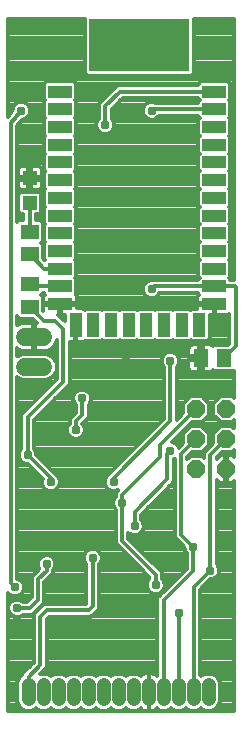
<source format=gbl>
G75*
%MOIN*%
%OFA0B0*%
%FSLAX25Y25*%
%IPPOS*%
%LPD*%
%AMOC8*
5,1,8,0,0,1.08239X$1,22.5*
%
%ADD10R,0.33600X0.17500*%
%ADD11OC8,0.06000*%
%ADD12C,0.04756*%
%ADD13C,0.06000*%
%ADD14R,0.07874X0.03937*%
%ADD15R,0.03937X0.07874*%
%ADD16R,0.05118X0.05906*%
%ADD17R,0.05906X0.05118*%
%ADD18R,0.04724X0.04724*%
%ADD19C,0.01400*%
%ADD20C,0.02900*%
%ADD21C,0.03100*%
D10*
X0065363Y0241730D03*
D11*
X0084350Y0120406D03*
X0084350Y0110406D03*
X0084350Y0100406D03*
X0094350Y0100406D03*
X0094350Y0110406D03*
X0094350Y0120406D03*
D12*
X0088559Y0028471D02*
X0088559Y0023715D01*
X0083559Y0023715D02*
X0083559Y0028471D01*
X0078559Y0028471D02*
X0078559Y0023715D01*
X0073559Y0023715D02*
X0073559Y0028471D01*
X0068559Y0028471D02*
X0068559Y0023715D01*
X0063559Y0023715D02*
X0063559Y0028471D01*
X0058559Y0028471D02*
X0058559Y0023715D01*
X0053559Y0023715D02*
X0053559Y0028471D01*
X0048559Y0028471D02*
X0048559Y0023715D01*
X0043559Y0023715D02*
X0043559Y0028471D01*
X0038559Y0028471D02*
X0038559Y0023715D01*
X0033559Y0023715D02*
X0033559Y0028471D01*
X0028559Y0028471D02*
X0028559Y0023715D01*
D13*
X0027439Y0134479D02*
X0033439Y0134479D01*
X0033439Y0144479D02*
X0027439Y0144479D01*
D14*
X0039042Y0155391D03*
X0039042Y0161297D03*
X0039042Y0167202D03*
X0039042Y0173108D03*
X0039042Y0179013D03*
X0039042Y0184919D03*
X0039042Y0190824D03*
X0039042Y0196730D03*
X0039042Y0202635D03*
X0039042Y0208541D03*
X0039042Y0214446D03*
X0039042Y0220352D03*
X0039042Y0226257D03*
X0090448Y0226257D03*
X0090448Y0220352D03*
X0090448Y0214446D03*
X0090448Y0208541D03*
X0090448Y0202635D03*
X0090448Y0196730D03*
X0090448Y0190824D03*
X0090448Y0184919D03*
X0090448Y0179013D03*
X0090448Y0173108D03*
X0090448Y0167202D03*
X0090448Y0161297D03*
X0090448Y0155391D03*
D15*
X0085448Y0148344D03*
X0079542Y0148344D03*
X0073637Y0148344D03*
X0067731Y0148344D03*
X0061826Y0148344D03*
X0055920Y0148344D03*
X0050015Y0148344D03*
X0044161Y0148344D03*
D16*
X0086054Y0137365D03*
X0093535Y0137365D03*
D17*
X0028979Y0154540D03*
X0028979Y0162020D03*
X0028909Y0172040D03*
X0028909Y0179520D03*
D18*
X0028894Y0189146D03*
X0028894Y0197414D03*
D19*
X0021617Y0059185D02*
X0021617Y0019612D01*
X0096863Y0019612D01*
X0096863Y0096273D01*
X0096296Y0095706D01*
X0094650Y0095706D01*
X0094650Y0100106D01*
X0094049Y0100106D01*
X0094049Y0095706D01*
X0092403Y0095706D01*
X0091194Y0096914D01*
X0091194Y0068652D01*
X0091595Y0068251D01*
X0092044Y0067167D01*
X0092044Y0065993D01*
X0091595Y0064909D01*
X0090765Y0064079D01*
X0089681Y0063630D01*
X0089114Y0063630D01*
X0085659Y0060175D01*
X0085659Y0031690D01*
X0085699Y0031673D01*
X0086059Y0031313D01*
X0086419Y0031673D01*
X0087807Y0032249D01*
X0089310Y0032249D01*
X0090699Y0031673D01*
X0091762Y0030611D01*
X0092337Y0029222D01*
X0092337Y0022963D01*
X0091762Y0021575D01*
X0090699Y0020512D01*
X0089310Y0019937D01*
X0087807Y0019937D01*
X0086419Y0020512D01*
X0086059Y0020872D01*
X0085699Y0020512D01*
X0084310Y0019937D01*
X0082807Y0019937D01*
X0081419Y0020512D01*
X0081059Y0020872D01*
X0080699Y0020512D01*
X0079310Y0019937D01*
X0077807Y0019937D01*
X0076419Y0020512D01*
X0076059Y0020872D01*
X0075699Y0020512D01*
X0074310Y0019937D01*
X0072807Y0019937D01*
X0071419Y0020512D01*
X0071271Y0020660D01*
X0071216Y0020604D01*
X0070696Y0020227D01*
X0070124Y0019935D01*
X0069514Y0019737D01*
X0068880Y0019637D01*
X0068559Y0019637D01*
X0068559Y0026092D01*
X0068559Y0026092D01*
X0068559Y0019637D01*
X0068238Y0019637D01*
X0067604Y0019737D01*
X0066994Y0019935D01*
X0066422Y0020227D01*
X0065902Y0020604D01*
X0065847Y0020660D01*
X0065699Y0020512D01*
X0064310Y0019937D01*
X0062807Y0019937D01*
X0061419Y0020512D01*
X0061059Y0020872D01*
X0060699Y0020512D01*
X0059310Y0019937D01*
X0057807Y0019937D01*
X0056419Y0020512D01*
X0056059Y0020872D01*
X0055699Y0020512D01*
X0054310Y0019937D01*
X0052807Y0019937D01*
X0051419Y0020512D01*
X0051059Y0020872D01*
X0050699Y0020512D01*
X0049310Y0019937D01*
X0047807Y0019937D01*
X0046419Y0020512D01*
X0046059Y0020872D01*
X0045699Y0020512D01*
X0044310Y0019937D01*
X0042807Y0019937D01*
X0041419Y0020512D01*
X0041059Y0020872D01*
X0040699Y0020512D01*
X0039310Y0019937D01*
X0037807Y0019937D01*
X0036419Y0020512D01*
X0036059Y0020872D01*
X0035699Y0020512D01*
X0034310Y0019937D01*
X0032807Y0019937D01*
X0031419Y0020512D01*
X0031059Y0020872D01*
X0030699Y0020512D01*
X0029310Y0019937D01*
X0027807Y0019937D01*
X0026419Y0020512D01*
X0025356Y0021575D01*
X0024781Y0022963D01*
X0024781Y0029222D01*
X0025356Y0030611D01*
X0026419Y0031673D01*
X0026459Y0031690D01*
X0026459Y0032114D01*
X0030294Y0035950D01*
X0030294Y0052050D01*
X0033625Y0055380D01*
X0047625Y0055380D01*
X0047794Y0055550D01*
X0047794Y0068708D01*
X0047394Y0069109D01*
X0046944Y0070193D01*
X0046944Y0071367D01*
X0047394Y0072451D01*
X0048223Y0073281D01*
X0049308Y0073730D01*
X0050481Y0073730D01*
X0051565Y0073281D01*
X0052395Y0072451D01*
X0052844Y0071367D01*
X0052844Y0070193D01*
X0052395Y0069109D01*
X0051994Y0068708D01*
X0051994Y0053810D01*
X0050594Y0052410D01*
X0049364Y0051180D01*
X0035364Y0051180D01*
X0034494Y0050310D01*
X0034494Y0034210D01*
X0033264Y0032980D01*
X0032338Y0032054D01*
X0032807Y0032249D01*
X0034310Y0032249D01*
X0035699Y0031673D01*
X0036059Y0031313D01*
X0036419Y0031673D01*
X0037807Y0032249D01*
X0039310Y0032249D01*
X0040699Y0031673D01*
X0041059Y0031313D01*
X0041419Y0031673D01*
X0042807Y0032249D01*
X0044310Y0032249D01*
X0045699Y0031673D01*
X0046059Y0031313D01*
X0046419Y0031673D01*
X0047807Y0032249D01*
X0049310Y0032249D01*
X0050699Y0031673D01*
X0051059Y0031313D01*
X0051419Y0031673D01*
X0052807Y0032249D01*
X0054310Y0032249D01*
X0055699Y0031673D01*
X0056059Y0031313D01*
X0056419Y0031673D01*
X0057807Y0032249D01*
X0059310Y0032249D01*
X0060699Y0031673D01*
X0061059Y0031313D01*
X0061419Y0031673D01*
X0062807Y0032249D01*
X0064310Y0032249D01*
X0065699Y0031673D01*
X0065847Y0031526D01*
X0065902Y0031581D01*
X0066422Y0031958D01*
X0066994Y0032250D01*
X0067604Y0032448D01*
X0068238Y0032549D01*
X0068559Y0032549D01*
X0068559Y0026093D01*
X0068559Y0026093D01*
X0068559Y0032549D01*
X0068880Y0032549D01*
X0069514Y0032448D01*
X0070124Y0032250D01*
X0070696Y0031958D01*
X0071216Y0031581D01*
X0071271Y0031526D01*
X0071419Y0031673D01*
X0071459Y0031690D01*
X0071459Y0057514D01*
X0081194Y0067250D01*
X0081194Y0072508D01*
X0080794Y0072909D01*
X0080344Y0073993D01*
X0080344Y0074560D01*
X0077194Y0077710D01*
X0077194Y0103867D01*
X0076894Y0103743D01*
X0076894Y0096110D01*
X0075664Y0094880D01*
X0065994Y0085210D01*
X0065994Y0083352D01*
X0066395Y0082951D01*
X0066844Y0081867D01*
X0066844Y0080693D01*
X0066395Y0079609D01*
X0065565Y0078779D01*
X0064481Y0078330D01*
X0063308Y0078330D01*
X0062223Y0078779D01*
X0061794Y0079208D01*
X0061794Y0077250D01*
X0071764Y0067280D01*
X0071764Y0067280D01*
X0072994Y0066050D01*
X0072994Y0063752D01*
X0073395Y0063351D01*
X0073844Y0062267D01*
X0073844Y0061093D01*
X0073395Y0060009D01*
X0072565Y0059179D01*
X0071481Y0058730D01*
X0070308Y0058730D01*
X0069223Y0059179D01*
X0068394Y0060009D01*
X0067944Y0061093D01*
X0067944Y0062267D01*
X0068394Y0063351D01*
X0068794Y0063752D01*
X0068794Y0064310D01*
X0058825Y0074280D01*
X0058825Y0074280D01*
X0057594Y0075510D01*
X0057594Y0086908D01*
X0057194Y0087309D01*
X0056744Y0088393D01*
X0056744Y0089567D01*
X0057194Y0090651D01*
X0057594Y0091052D01*
X0057594Y0092650D01*
X0058323Y0093379D01*
X0057481Y0093030D01*
X0056308Y0093030D01*
X0055223Y0093479D01*
X0054394Y0094309D01*
X0053944Y0095393D01*
X0053944Y0096567D01*
X0054394Y0097651D01*
X0054794Y0098052D01*
X0054794Y0098250D01*
X0073694Y0117150D01*
X0073694Y0134508D01*
X0073294Y0134909D01*
X0072844Y0135993D01*
X0072844Y0137167D01*
X0073294Y0138251D01*
X0074123Y0139081D01*
X0075208Y0139530D01*
X0076381Y0139530D01*
X0077465Y0139081D01*
X0078295Y0138251D01*
X0078744Y0137167D01*
X0078744Y0135993D01*
X0078295Y0134909D01*
X0077894Y0134508D01*
X0077894Y0116921D01*
X0079950Y0118976D01*
X0079950Y0122229D01*
X0082527Y0124806D01*
X0086172Y0124806D01*
X0088750Y0122229D01*
X0088750Y0118583D01*
X0086172Y0116006D01*
X0082919Y0116006D01*
X0076343Y0109430D01*
X0076381Y0109430D01*
X0077465Y0108981D01*
X0078295Y0108151D01*
X0078538Y0107565D01*
X0079950Y0108976D01*
X0079950Y0112229D01*
X0082527Y0114806D01*
X0086172Y0114806D01*
X0088750Y0112229D01*
X0088750Y0108583D01*
X0086172Y0106006D01*
X0082919Y0106006D01*
X0081394Y0104481D01*
X0081394Y0103673D01*
X0082527Y0104806D01*
X0086172Y0104806D01*
X0086994Y0103984D01*
X0086994Y0106021D01*
X0088225Y0107251D01*
X0089950Y0108976D01*
X0089950Y0112229D01*
X0092527Y0114806D01*
X0096172Y0114806D01*
X0096863Y0114115D01*
X0096863Y0116697D01*
X0096172Y0116006D01*
X0092527Y0116006D01*
X0089950Y0118583D01*
X0089950Y0122229D01*
X0092527Y0124806D01*
X0096172Y0124806D01*
X0096863Y0124115D01*
X0096863Y0133202D01*
X0096674Y0133012D01*
X0090396Y0133012D01*
X0089998Y0133410D01*
X0089974Y0133368D01*
X0089657Y0133052D01*
X0089269Y0132828D01*
X0088837Y0132712D01*
X0086634Y0132712D01*
X0086634Y0136785D01*
X0085475Y0136785D01*
X0085475Y0132712D01*
X0083271Y0132712D01*
X0082839Y0132828D01*
X0082451Y0133052D01*
X0082135Y0133368D01*
X0081911Y0133756D01*
X0081795Y0134188D01*
X0081795Y0136786D01*
X0085475Y0136786D01*
X0085475Y0137945D01*
X0085475Y0142018D01*
X0083271Y0142018D01*
X0082839Y0141902D01*
X0082451Y0141678D01*
X0082135Y0141362D01*
X0081911Y0140974D01*
X0081795Y0140542D01*
X0081795Y0137945D01*
X0085475Y0137945D01*
X0086634Y0137945D01*
X0086634Y0142018D01*
X0088837Y0142018D01*
X0089269Y0141902D01*
X0089657Y0141678D01*
X0089974Y0141362D01*
X0089998Y0141320D01*
X0090396Y0141718D01*
X0094917Y0141718D01*
X0095394Y0142195D01*
X0095394Y0152042D01*
X0095041Y0151838D01*
X0094609Y0151723D01*
X0090732Y0151723D01*
X0090732Y0155107D01*
X0090164Y0155107D01*
X0090164Y0151723D01*
X0088816Y0151723D01*
X0088816Y0143827D01*
X0087996Y0143007D01*
X0082900Y0143007D01*
X0082495Y0143411D01*
X0082091Y0143007D01*
X0076994Y0143007D01*
X0076590Y0143411D01*
X0076185Y0143007D01*
X0071089Y0143007D01*
X0070684Y0143411D01*
X0070280Y0143007D01*
X0065183Y0143007D01*
X0064779Y0143411D01*
X0064374Y0143007D01*
X0059277Y0143007D01*
X0058873Y0143411D01*
X0058469Y0143007D01*
X0053372Y0143007D01*
X0052968Y0143411D01*
X0052563Y0143007D01*
X0047466Y0143007D01*
X0047300Y0143173D01*
X0047173Y0143046D01*
X0046785Y0142823D01*
X0046353Y0142707D01*
X0044445Y0142707D01*
X0044445Y0148059D01*
X0043876Y0148059D01*
X0043876Y0142707D01*
X0042194Y0142707D01*
X0042194Y0128710D01*
X0040964Y0127480D01*
X0030294Y0116810D01*
X0030294Y0107152D01*
X0030695Y0106751D01*
X0031144Y0105667D01*
X0031144Y0105100D01*
X0037994Y0098250D01*
X0037994Y0098052D01*
X0038395Y0097651D01*
X0038844Y0096567D01*
X0038844Y0095393D01*
X0038395Y0094309D01*
X0037565Y0093479D01*
X0036481Y0093030D01*
X0035308Y0093030D01*
X0034223Y0093479D01*
X0033394Y0094309D01*
X0032944Y0095393D01*
X0032944Y0096567D01*
X0033177Y0097128D01*
X0028175Y0102130D01*
X0027608Y0102130D01*
X0026523Y0102579D01*
X0025694Y0103409D01*
X0025244Y0104493D01*
X0025244Y0105667D01*
X0025694Y0106751D01*
X0026094Y0107152D01*
X0026094Y0118550D01*
X0037994Y0130450D01*
X0037994Y0143289D01*
X0037795Y0142675D01*
X0037459Y0142016D01*
X0037024Y0141417D01*
X0036501Y0140894D01*
X0035903Y0140459D01*
X0035243Y0140124D01*
X0034540Y0139895D01*
X0033809Y0139779D01*
X0030739Y0139779D01*
X0030739Y0144179D01*
X0030139Y0144179D01*
X0030139Y0139779D01*
X0027069Y0139779D01*
X0026339Y0139895D01*
X0025635Y0140124D01*
X0024976Y0140459D01*
X0024694Y0140664D01*
X0024694Y0137957D01*
X0024947Y0138209D01*
X0026564Y0138879D01*
X0034314Y0138879D01*
X0035932Y0138209D01*
X0037169Y0136972D01*
X0037839Y0135354D01*
X0037839Y0133604D01*
X0037169Y0131987D01*
X0035932Y0130749D01*
X0034314Y0130079D01*
X0026564Y0130079D01*
X0024947Y0130749D01*
X0024694Y0131002D01*
X0024694Y0063883D01*
X0025665Y0063481D01*
X0026495Y0062651D01*
X0026944Y0061567D01*
X0026944Y0060393D01*
X0026495Y0059309D01*
X0025665Y0058479D01*
X0024581Y0058030D01*
X0023408Y0058030D01*
X0022323Y0058479D01*
X0021617Y0059185D01*
X0021617Y0058265D02*
X0022839Y0058265D01*
X0023955Y0056867D02*
X0021617Y0056867D01*
X0022194Y0055651D02*
X0021744Y0054567D01*
X0021744Y0053393D01*
X0022194Y0052309D01*
X0023023Y0051479D01*
X0024108Y0051030D01*
X0025281Y0051030D01*
X0026365Y0051479D01*
X0026766Y0051880D01*
X0029764Y0051880D01*
X0030994Y0053110D01*
X0033794Y0055910D01*
X0033794Y0062910D01*
X0036594Y0065710D01*
X0036594Y0066608D01*
X0036995Y0067009D01*
X0037444Y0068093D01*
X0037444Y0069267D01*
X0036995Y0070351D01*
X0036165Y0071181D01*
X0035081Y0071630D01*
X0033908Y0071630D01*
X0032823Y0071181D01*
X0031994Y0070351D01*
X0031544Y0069267D01*
X0031544Y0068093D01*
X0031982Y0067037D01*
X0030825Y0065880D01*
X0029594Y0064650D01*
X0029594Y0057650D01*
X0028025Y0056080D01*
X0026766Y0056080D01*
X0026365Y0056481D01*
X0025281Y0056930D01*
X0024108Y0056930D01*
X0023023Y0056481D01*
X0022194Y0055651D01*
X0022118Y0055468D02*
X0021617Y0055468D01*
X0021617Y0054070D02*
X0021744Y0054070D01*
X0021617Y0052671D02*
X0022043Y0052671D01*
X0021617Y0051273D02*
X0023521Y0051273D01*
X0024694Y0053980D02*
X0028894Y0053980D01*
X0031694Y0056780D01*
X0031694Y0063780D01*
X0034494Y0066580D01*
X0034494Y0068680D01*
X0036142Y0065258D02*
X0047794Y0065258D01*
X0047794Y0066656D02*
X0036643Y0066656D01*
X0037429Y0068055D02*
X0047794Y0068055D01*
X0047251Y0069453D02*
X0037367Y0069453D01*
X0036494Y0070852D02*
X0046944Y0070852D01*
X0047310Y0072250D02*
X0024694Y0072250D01*
X0024694Y0070852D02*
X0032494Y0070852D01*
X0031622Y0069453D02*
X0024694Y0069453D01*
X0024694Y0068055D02*
X0031560Y0068055D01*
X0031601Y0066656D02*
X0024694Y0066656D01*
X0024694Y0065258D02*
X0030202Y0065258D01*
X0029594Y0063859D02*
X0024752Y0063859D01*
X0022594Y0062380D02*
X0023994Y0060980D01*
X0022594Y0062380D02*
X0022594Y0215680D01*
X0026094Y0219880D01*
X0026370Y0216930D02*
X0026681Y0216930D01*
X0027765Y0217379D01*
X0028595Y0218209D01*
X0029044Y0219293D01*
X0029044Y0220467D01*
X0028595Y0221551D01*
X0027765Y0222381D01*
X0026681Y0222830D01*
X0025508Y0222830D01*
X0024423Y0222381D01*
X0023594Y0221551D01*
X0023144Y0220467D01*
X0023144Y0219620D01*
X0021617Y0217788D01*
X0021617Y0250369D01*
X0047163Y0250369D01*
X0047163Y0232400D01*
X0047983Y0231580D01*
X0082743Y0231580D01*
X0083563Y0232400D01*
X0083563Y0250369D01*
X0096863Y0250369D01*
X0096863Y0163397D01*
X0095785Y0163397D01*
X0095785Y0163845D01*
X0095381Y0164249D01*
X0095785Y0164654D01*
X0095785Y0169750D01*
X0095381Y0170155D01*
X0095785Y0170559D01*
X0095785Y0175656D01*
X0095381Y0176060D01*
X0095785Y0176465D01*
X0095785Y0181561D01*
X0095381Y0181966D01*
X0095785Y0182370D01*
X0095785Y0187467D01*
X0095381Y0187871D01*
X0095785Y0188276D01*
X0095785Y0193373D01*
X0095381Y0193777D01*
X0095785Y0194181D01*
X0095785Y0199278D01*
X0095381Y0199682D01*
X0095785Y0200087D01*
X0095785Y0205184D01*
X0095381Y0205588D01*
X0095785Y0205992D01*
X0095785Y0211089D01*
X0095381Y0211493D01*
X0095785Y0211898D01*
X0095785Y0216995D01*
X0095381Y0217399D01*
X0095785Y0217803D01*
X0095785Y0222900D01*
X0095381Y0223304D01*
X0095785Y0223709D01*
X0095785Y0228806D01*
X0094965Y0229626D01*
X0085931Y0229626D01*
X0085111Y0228806D01*
X0085111Y0228357D01*
X0058202Y0228357D01*
X0051994Y0222150D01*
X0051994Y0217052D01*
X0051594Y0216651D01*
X0051144Y0215567D01*
X0051144Y0214393D01*
X0051594Y0213309D01*
X0052423Y0212479D01*
X0053508Y0212030D01*
X0054681Y0212030D01*
X0055765Y0212479D01*
X0056595Y0213309D01*
X0057044Y0214393D01*
X0057044Y0215567D01*
X0056595Y0216651D01*
X0056194Y0217052D01*
X0056194Y0220410D01*
X0059941Y0224157D01*
X0085111Y0224157D01*
X0085111Y0223709D01*
X0085515Y0223304D01*
X0085111Y0222900D01*
X0085111Y0222452D01*
X0070995Y0222452D01*
X0070081Y0222830D01*
X0068908Y0222830D01*
X0067823Y0222381D01*
X0066994Y0221551D01*
X0066544Y0220467D01*
X0066544Y0219293D01*
X0066994Y0218209D01*
X0067823Y0217379D01*
X0068908Y0216930D01*
X0070081Y0216930D01*
X0071165Y0217379D01*
X0071995Y0218209D01*
X0072013Y0218252D01*
X0085111Y0218252D01*
X0085111Y0217803D01*
X0085515Y0217399D01*
X0085111Y0216995D01*
X0085111Y0211898D01*
X0085515Y0211493D01*
X0085111Y0211089D01*
X0085111Y0205992D01*
X0085515Y0205588D01*
X0085111Y0205184D01*
X0085111Y0200087D01*
X0085515Y0199682D01*
X0085111Y0199278D01*
X0085111Y0194181D01*
X0085515Y0193777D01*
X0085111Y0193373D01*
X0085111Y0188276D01*
X0085515Y0187871D01*
X0085111Y0187467D01*
X0085111Y0182370D01*
X0085515Y0181966D01*
X0085111Y0181561D01*
X0085111Y0176465D01*
X0085515Y0176060D01*
X0085111Y0175656D01*
X0085111Y0170559D01*
X0085515Y0170155D01*
X0085111Y0169750D01*
X0085111Y0164654D01*
X0085515Y0164249D01*
X0085111Y0163845D01*
X0085111Y0163397D01*
X0069541Y0163397D01*
X0069475Y0163330D01*
X0068908Y0163330D01*
X0067823Y0162881D01*
X0066994Y0162051D01*
X0066544Y0160967D01*
X0066544Y0159793D01*
X0066994Y0158709D01*
X0067823Y0157879D01*
X0068908Y0157430D01*
X0070081Y0157430D01*
X0071165Y0157879D01*
X0071995Y0158709D01*
X0072197Y0159197D01*
X0085111Y0159197D01*
X0085111Y0158748D01*
X0085303Y0158556D01*
X0085151Y0158403D01*
X0084927Y0158016D01*
X0084811Y0157583D01*
X0084811Y0155675D01*
X0090164Y0155675D01*
X0090164Y0155107D01*
X0084811Y0155107D01*
X0084811Y0153681D01*
X0082900Y0153681D01*
X0082495Y0153276D01*
X0082091Y0153681D01*
X0076994Y0153681D01*
X0076590Y0153276D01*
X0076185Y0153681D01*
X0071089Y0153681D01*
X0070684Y0153276D01*
X0070280Y0153681D01*
X0065183Y0153681D01*
X0064779Y0153276D01*
X0064374Y0153681D01*
X0059277Y0153681D01*
X0058873Y0153276D01*
X0058469Y0153681D01*
X0053372Y0153681D01*
X0052968Y0153276D01*
X0052563Y0153681D01*
X0047466Y0153681D01*
X0047300Y0153514D01*
X0047173Y0153641D01*
X0046785Y0153865D01*
X0046353Y0153981D01*
X0044679Y0153981D01*
X0044679Y0155107D01*
X0039327Y0155107D01*
X0039327Y0155675D01*
X0044679Y0155675D01*
X0044679Y0157583D01*
X0044564Y0158016D01*
X0044340Y0158403D01*
X0044187Y0158556D01*
X0044379Y0158748D01*
X0044379Y0163845D01*
X0043975Y0164249D01*
X0044379Y0164654D01*
X0044379Y0169750D01*
X0043975Y0170155D01*
X0044379Y0170559D01*
X0044379Y0175656D01*
X0043975Y0176060D01*
X0044379Y0176465D01*
X0044379Y0181561D01*
X0043975Y0181966D01*
X0044379Y0182370D01*
X0044379Y0187467D01*
X0043975Y0187871D01*
X0044379Y0188276D01*
X0044379Y0193373D01*
X0043975Y0193777D01*
X0044379Y0194181D01*
X0044379Y0199278D01*
X0043975Y0199682D01*
X0044379Y0200087D01*
X0044379Y0205184D01*
X0043975Y0205588D01*
X0044379Y0205992D01*
X0044379Y0211089D01*
X0043975Y0211493D01*
X0044379Y0211898D01*
X0044379Y0216995D01*
X0043975Y0217399D01*
X0044379Y0217803D01*
X0044379Y0222900D01*
X0043975Y0223304D01*
X0044379Y0223709D01*
X0044379Y0228806D01*
X0043559Y0229626D01*
X0034526Y0229626D01*
X0033705Y0228806D01*
X0033705Y0223709D01*
X0034110Y0223304D01*
X0033705Y0222900D01*
X0033705Y0217803D01*
X0034110Y0217399D01*
X0033705Y0216995D01*
X0033705Y0211898D01*
X0034110Y0211493D01*
X0033705Y0211089D01*
X0033705Y0205992D01*
X0034110Y0205588D01*
X0033705Y0205184D01*
X0033705Y0200087D01*
X0034110Y0199682D01*
X0033705Y0199278D01*
X0033705Y0194181D01*
X0034110Y0193777D01*
X0033705Y0193373D01*
X0033705Y0188276D01*
X0034110Y0187871D01*
X0033705Y0187467D01*
X0033705Y0182370D01*
X0034110Y0181966D01*
X0033705Y0181561D01*
X0033705Y0176465D01*
X0034110Y0176060D01*
X0033705Y0175656D01*
X0033705Y0170559D01*
X0034110Y0170155D01*
X0033937Y0169982D01*
X0033262Y0170657D01*
X0033262Y0175179D01*
X0032661Y0175780D01*
X0033262Y0176381D01*
X0033262Y0182659D01*
X0032442Y0183479D01*
X0031009Y0183479D01*
X0031009Y0185384D01*
X0031837Y0185384D01*
X0032657Y0186204D01*
X0032657Y0192088D01*
X0031837Y0192908D01*
X0025952Y0192908D01*
X0025132Y0192088D01*
X0025132Y0186204D01*
X0025952Y0185384D01*
X0026809Y0185384D01*
X0026809Y0183479D01*
X0025377Y0183479D01*
X0024694Y0182797D01*
X0024694Y0214920D01*
X0026370Y0216930D01*
X0025842Y0216297D02*
X0033705Y0216297D01*
X0033705Y0214899D02*
X0024694Y0214899D01*
X0024694Y0213500D02*
X0033705Y0213500D01*
X0033705Y0212102D02*
X0024694Y0212102D01*
X0024694Y0210703D02*
X0033705Y0210703D01*
X0033705Y0209305D02*
X0024694Y0209305D01*
X0024694Y0207906D02*
X0033705Y0207906D01*
X0033705Y0206508D02*
X0024694Y0206508D01*
X0024694Y0205109D02*
X0033705Y0205109D01*
X0033705Y0203711D02*
X0024694Y0203711D01*
X0024694Y0202312D02*
X0033705Y0202312D01*
X0033705Y0200914D02*
X0032523Y0200914D01*
X0032617Y0200820D02*
X0032300Y0201136D01*
X0031913Y0201360D01*
X0031480Y0201476D01*
X0029376Y0201476D01*
X0029376Y0197895D01*
X0032957Y0197895D01*
X0032957Y0200000D01*
X0032841Y0200432D01*
X0032617Y0200820D01*
X0032957Y0199515D02*
X0033942Y0199515D01*
X0033705Y0198116D02*
X0032957Y0198116D01*
X0032957Y0196933D02*
X0029376Y0196933D01*
X0029376Y0197895D01*
X0028413Y0197895D01*
X0028413Y0196933D01*
X0024832Y0196933D01*
X0024832Y0194828D01*
X0024948Y0194395D01*
X0025172Y0194008D01*
X0025488Y0193691D01*
X0025876Y0193468D01*
X0026308Y0193352D01*
X0028413Y0193352D01*
X0028413Y0196933D01*
X0029376Y0196933D01*
X0029376Y0193352D01*
X0031480Y0193352D01*
X0031913Y0193468D01*
X0032300Y0193691D01*
X0032617Y0194008D01*
X0032841Y0194395D01*
X0032957Y0194828D01*
X0032957Y0196933D01*
X0032957Y0196718D02*
X0033705Y0196718D01*
X0033705Y0195319D02*
X0032957Y0195319D01*
X0032530Y0193921D02*
X0033966Y0193921D01*
X0033705Y0192522D02*
X0032222Y0192522D01*
X0032657Y0191124D02*
X0033705Y0191124D01*
X0033705Y0189725D02*
X0032657Y0189725D01*
X0032657Y0188327D02*
X0033705Y0188327D01*
X0033705Y0186928D02*
X0032657Y0186928D01*
X0031982Y0185530D02*
X0033705Y0185530D01*
X0033705Y0184131D02*
X0031009Y0184131D01*
X0033188Y0182733D02*
X0033705Y0182733D01*
X0033705Y0181334D02*
X0033262Y0181334D01*
X0033262Y0179936D02*
X0033705Y0179936D01*
X0033705Y0178537D02*
X0033262Y0178537D01*
X0033262Y0177139D02*
X0033705Y0177139D01*
X0033790Y0175740D02*
X0032701Y0175740D01*
X0033262Y0174342D02*
X0033705Y0174342D01*
X0033705Y0172943D02*
X0033262Y0172943D01*
X0033262Y0171545D02*
X0033705Y0171545D01*
X0033773Y0170146D02*
X0034101Y0170146D01*
X0033747Y0167202D02*
X0028909Y0172040D01*
X0028909Y0179520D02*
X0028909Y0189131D01*
X0028894Y0189146D01*
X0028413Y0193921D02*
X0029376Y0193921D01*
X0029376Y0195319D02*
X0028413Y0195319D01*
X0028413Y0196718D02*
X0029376Y0196718D01*
X0029376Y0198116D02*
X0028413Y0198116D01*
X0028413Y0197895D02*
X0028413Y0201476D01*
X0026308Y0201476D01*
X0025876Y0201360D01*
X0025488Y0201136D01*
X0025172Y0200820D01*
X0024948Y0200432D01*
X0024832Y0200000D01*
X0024832Y0197895D01*
X0028413Y0197895D01*
X0028413Y0199515D02*
X0029376Y0199515D01*
X0029376Y0200914D02*
X0028413Y0200914D01*
X0025265Y0200914D02*
X0024694Y0200914D01*
X0024694Y0199515D02*
X0024832Y0199515D01*
X0024832Y0198116D02*
X0024694Y0198116D01*
X0024694Y0196718D02*
X0024832Y0196718D01*
X0024832Y0195319D02*
X0024694Y0195319D01*
X0024694Y0193921D02*
X0025259Y0193921D01*
X0025566Y0192522D02*
X0024694Y0192522D01*
X0024694Y0191124D02*
X0025132Y0191124D01*
X0025132Y0189725D02*
X0024694Y0189725D01*
X0024694Y0188327D02*
X0025132Y0188327D01*
X0025132Y0186928D02*
X0024694Y0186928D01*
X0024694Y0185530D02*
X0025806Y0185530D01*
X0026809Y0184131D02*
X0024694Y0184131D01*
X0033747Y0167202D02*
X0039042Y0167202D01*
X0039042Y0161297D02*
X0029703Y0161297D01*
X0028979Y0162020D01*
X0032731Y0158280D02*
X0033332Y0158881D01*
X0033332Y0159197D01*
X0033705Y0159197D01*
X0033705Y0158748D01*
X0033898Y0158556D01*
X0033745Y0158403D01*
X0033521Y0158016D01*
X0033405Y0157583D01*
X0033405Y0155675D01*
X0038758Y0155675D01*
X0038758Y0155107D01*
X0033405Y0155107D01*
X0033405Y0153199D01*
X0033448Y0153042D01*
X0033332Y0153157D01*
X0033332Y0157679D01*
X0032731Y0158280D01*
X0033332Y0158958D02*
X0033705Y0158958D01*
X0033405Y0157560D02*
X0033332Y0157560D01*
X0033332Y0156161D02*
X0033405Y0156161D01*
X0033405Y0154763D02*
X0033332Y0154763D01*
X0033332Y0153364D02*
X0033405Y0153364D01*
X0033639Y0149880D02*
X0028979Y0154540D01*
X0029969Y0150581D02*
X0031370Y0149179D01*
X0030739Y0149179D01*
X0030739Y0144779D01*
X0030139Y0144779D01*
X0030139Y0149179D01*
X0027069Y0149179D01*
X0026339Y0149063D01*
X0025635Y0148835D01*
X0024976Y0148499D01*
X0024694Y0148294D01*
X0024694Y0151333D01*
X0025447Y0150581D01*
X0029969Y0150581D01*
X0029982Y0150567D02*
X0024694Y0150567D01*
X0024694Y0149169D02*
X0027002Y0149169D01*
X0030139Y0149169D02*
X0030739Y0149169D01*
X0030739Y0147770D02*
X0030139Y0147770D01*
X0030139Y0146372D02*
X0030739Y0146372D01*
X0030739Y0144973D02*
X0030139Y0144973D01*
X0030139Y0143575D02*
X0030739Y0143575D01*
X0030739Y0142176D02*
X0030139Y0142176D01*
X0030139Y0140778D02*
X0030739Y0140778D01*
X0033639Y0149880D02*
X0037294Y0149880D01*
X0040094Y0147080D01*
X0040094Y0129580D01*
X0028194Y0117680D01*
X0028194Y0105080D01*
X0035894Y0097380D01*
X0035894Y0095980D01*
X0034829Y0093228D02*
X0024694Y0093228D01*
X0024694Y0091830D02*
X0057594Y0091830D01*
X0057959Y0093228D02*
X0058173Y0093228D01*
X0057102Y0090431D02*
X0024694Y0090431D01*
X0024694Y0089033D02*
X0056744Y0089033D01*
X0057059Y0087634D02*
X0024694Y0087634D01*
X0024694Y0086236D02*
X0057594Y0086236D01*
X0057594Y0084837D02*
X0024694Y0084837D01*
X0024694Y0083439D02*
X0057594Y0083439D01*
X0057594Y0082040D02*
X0024694Y0082040D01*
X0024694Y0080642D02*
X0057594Y0080642D01*
X0057594Y0079243D02*
X0024694Y0079243D01*
X0024694Y0077845D02*
X0057594Y0077845D01*
X0057594Y0076446D02*
X0024694Y0076446D01*
X0024694Y0075048D02*
X0058057Y0075048D01*
X0059456Y0073649D02*
X0050677Y0073649D01*
X0049112Y0073649D02*
X0024694Y0073649D01*
X0026574Y0062461D02*
X0029594Y0062461D01*
X0029594Y0061062D02*
X0026944Y0061062D01*
X0026642Y0059664D02*
X0029594Y0059664D01*
X0029594Y0058265D02*
X0025149Y0058265D01*
X0025434Y0056867D02*
X0028811Y0056867D01*
X0031954Y0054070D02*
X0032314Y0054070D01*
X0033353Y0055468D02*
X0047713Y0055468D01*
X0047794Y0056867D02*
X0033794Y0056867D01*
X0033794Y0058265D02*
X0047794Y0058265D01*
X0047794Y0059664D02*
X0033794Y0059664D01*
X0033794Y0061062D02*
X0047794Y0061062D01*
X0047794Y0062461D02*
X0033794Y0062461D01*
X0034744Y0063859D02*
X0047794Y0063859D01*
X0049894Y0070780D02*
X0049894Y0054680D01*
X0048494Y0053280D01*
X0034494Y0053280D01*
X0032394Y0051180D01*
X0032394Y0035080D01*
X0028559Y0031245D01*
X0028559Y0026093D01*
X0030684Y0020506D02*
X0031434Y0020506D01*
X0035684Y0020506D02*
X0036434Y0020506D01*
X0040684Y0020506D02*
X0041434Y0020506D01*
X0045684Y0020506D02*
X0046434Y0020506D01*
X0050684Y0020506D02*
X0051434Y0020506D01*
X0055684Y0020506D02*
X0056434Y0020506D01*
X0060684Y0020506D02*
X0061434Y0020506D01*
X0065684Y0020506D02*
X0066038Y0020506D01*
X0068559Y0020506D02*
X0068559Y0020506D01*
X0068559Y0021904D02*
X0068559Y0021904D01*
X0068559Y0023303D02*
X0068559Y0023303D01*
X0068559Y0024701D02*
X0068559Y0024701D01*
X0068559Y0026100D02*
X0068559Y0026100D01*
X0068559Y0027498D02*
X0068559Y0027498D01*
X0068559Y0028897D02*
X0068559Y0028897D01*
X0068559Y0030295D02*
X0068559Y0030295D01*
X0068559Y0031694D02*
X0068559Y0031694D01*
X0071061Y0031694D02*
X0071459Y0031694D01*
X0071459Y0033092D02*
X0033376Y0033092D01*
X0034494Y0034491D02*
X0071459Y0034491D01*
X0071459Y0035889D02*
X0034494Y0035889D01*
X0034494Y0037288D02*
X0071459Y0037288D01*
X0071459Y0038686D02*
X0034494Y0038686D01*
X0034494Y0040085D02*
X0071459Y0040085D01*
X0071459Y0041483D02*
X0034494Y0041483D01*
X0034494Y0042882D02*
X0071459Y0042882D01*
X0071459Y0044280D02*
X0034494Y0044280D01*
X0034494Y0045679D02*
X0071459Y0045679D01*
X0071459Y0047077D02*
X0034494Y0047077D01*
X0034494Y0048476D02*
X0071459Y0048476D01*
X0071459Y0049874D02*
X0034494Y0049874D01*
X0030294Y0049874D02*
X0021617Y0049874D01*
X0021617Y0048476D02*
X0030294Y0048476D01*
X0030294Y0047077D02*
X0021617Y0047077D01*
X0021617Y0045679D02*
X0030294Y0045679D01*
X0030294Y0044280D02*
X0021617Y0044280D01*
X0021617Y0042882D02*
X0030294Y0042882D01*
X0030294Y0041483D02*
X0021617Y0041483D01*
X0021617Y0040085D02*
X0030294Y0040085D01*
X0030294Y0038686D02*
X0021617Y0038686D01*
X0021617Y0037288D02*
X0030294Y0037288D01*
X0030234Y0035889D02*
X0021617Y0035889D01*
X0021617Y0034491D02*
X0028835Y0034491D01*
X0027437Y0033092D02*
X0021617Y0033092D01*
X0021617Y0031694D02*
X0026459Y0031694D01*
X0025226Y0030295D02*
X0021617Y0030295D01*
X0021617Y0028897D02*
X0024781Y0028897D01*
X0024781Y0027498D02*
X0021617Y0027498D01*
X0021617Y0026100D02*
X0024781Y0026100D01*
X0024781Y0024701D02*
X0021617Y0024701D01*
X0021617Y0023303D02*
X0024781Y0023303D01*
X0025220Y0021904D02*
X0021617Y0021904D01*
X0021617Y0020506D02*
X0026434Y0020506D01*
X0035650Y0031694D02*
X0036468Y0031694D01*
X0040650Y0031694D02*
X0041468Y0031694D01*
X0045650Y0031694D02*
X0046468Y0031694D01*
X0050650Y0031694D02*
X0051468Y0031694D01*
X0055650Y0031694D02*
X0056468Y0031694D01*
X0060650Y0031694D02*
X0061468Y0031694D01*
X0065650Y0031694D02*
X0066057Y0031694D01*
X0071080Y0020506D02*
X0071434Y0020506D01*
X0073559Y0026093D02*
X0073559Y0056645D01*
X0083294Y0066380D01*
X0083294Y0074580D01*
X0079294Y0078580D01*
X0079294Y0105351D01*
X0084350Y0110406D01*
X0086772Y0114206D02*
X0091927Y0114206D01*
X0091530Y0117003D02*
X0087169Y0117003D01*
X0088171Y0112807D02*
X0090528Y0112807D01*
X0089950Y0111409D02*
X0088750Y0111409D01*
X0088750Y0110010D02*
X0089950Y0110010D01*
X0089585Y0108612D02*
X0088750Y0108612D01*
X0088187Y0107213D02*
X0087379Y0107213D01*
X0086994Y0105815D02*
X0082728Y0105815D01*
X0082137Y0104416D02*
X0081394Y0104416D01*
X0079585Y0108612D02*
X0077835Y0108612D01*
X0076924Y0110010D02*
X0079950Y0110010D01*
X0079950Y0111409D02*
X0078322Y0111409D01*
X0079721Y0112807D02*
X0080528Y0112807D01*
X0081119Y0114206D02*
X0081927Y0114206D01*
X0082518Y0115604D02*
X0096863Y0115604D01*
X0096863Y0114206D02*
X0096772Y0114206D01*
X0094350Y0110406D02*
X0089094Y0105151D01*
X0089094Y0066580D01*
X0083559Y0061045D01*
X0083559Y0026093D01*
X0085684Y0020506D02*
X0086434Y0020506D01*
X0090684Y0020506D02*
X0096863Y0020506D01*
X0096863Y0021904D02*
X0091898Y0021904D01*
X0092337Y0023303D02*
X0096863Y0023303D01*
X0096863Y0024701D02*
X0092337Y0024701D01*
X0092337Y0026100D02*
X0096863Y0026100D01*
X0096863Y0027498D02*
X0092337Y0027498D01*
X0092337Y0028897D02*
X0096863Y0028897D01*
X0096863Y0030295D02*
X0091892Y0030295D01*
X0090650Y0031694D02*
X0096863Y0031694D01*
X0096863Y0033092D02*
X0085659Y0033092D01*
X0085659Y0031694D02*
X0086468Y0031694D01*
X0085659Y0034491D02*
X0096863Y0034491D01*
X0096863Y0035889D02*
X0085659Y0035889D01*
X0085659Y0037288D02*
X0096863Y0037288D01*
X0096863Y0038686D02*
X0085659Y0038686D01*
X0085659Y0040085D02*
X0096863Y0040085D01*
X0096863Y0041483D02*
X0085659Y0041483D01*
X0085659Y0042882D02*
X0096863Y0042882D01*
X0096863Y0044280D02*
X0085659Y0044280D01*
X0085659Y0045679D02*
X0096863Y0045679D01*
X0096863Y0047077D02*
X0085659Y0047077D01*
X0085659Y0048476D02*
X0096863Y0048476D01*
X0096863Y0049874D02*
X0085659Y0049874D01*
X0085659Y0051273D02*
X0096863Y0051273D01*
X0096863Y0052671D02*
X0085659Y0052671D01*
X0085659Y0054070D02*
X0096863Y0054070D01*
X0096863Y0055468D02*
X0085659Y0055468D01*
X0085659Y0056867D02*
X0096863Y0056867D01*
X0096863Y0058265D02*
X0085659Y0058265D01*
X0085659Y0059664D02*
X0096863Y0059664D01*
X0096863Y0061062D02*
X0086547Y0061062D01*
X0087945Y0062461D02*
X0096863Y0062461D01*
X0096863Y0063859D02*
X0090235Y0063859D01*
X0091740Y0065258D02*
X0096863Y0065258D01*
X0096863Y0066656D02*
X0092044Y0066656D01*
X0091677Y0068055D02*
X0096863Y0068055D01*
X0096863Y0069453D02*
X0091194Y0069453D01*
X0091194Y0070852D02*
X0096863Y0070852D01*
X0096863Y0072250D02*
X0091194Y0072250D01*
X0091194Y0073649D02*
X0096863Y0073649D01*
X0096863Y0075048D02*
X0091194Y0075048D01*
X0091194Y0076446D02*
X0096863Y0076446D01*
X0096863Y0077845D02*
X0091194Y0077845D01*
X0091194Y0079243D02*
X0096863Y0079243D01*
X0096863Y0080642D02*
X0091194Y0080642D01*
X0091194Y0082040D02*
X0096863Y0082040D01*
X0096863Y0083439D02*
X0091194Y0083439D01*
X0091194Y0084837D02*
X0096863Y0084837D01*
X0096863Y0086236D02*
X0091194Y0086236D01*
X0091194Y0087634D02*
X0096863Y0087634D01*
X0096863Y0089033D02*
X0091194Y0089033D01*
X0091194Y0090431D02*
X0096863Y0090431D01*
X0096863Y0091830D02*
X0091194Y0091830D01*
X0091194Y0093228D02*
X0096863Y0093228D01*
X0096863Y0094627D02*
X0091194Y0094627D01*
X0091194Y0096025D02*
X0092084Y0096025D01*
X0094049Y0096025D02*
X0094650Y0096025D01*
X0094650Y0097424D02*
X0094049Y0097424D01*
X0094049Y0098822D02*
X0094650Y0098822D01*
X0094650Y0100706D02*
X0094049Y0100706D01*
X0094049Y0105106D01*
X0092403Y0105106D01*
X0091194Y0103898D01*
X0091194Y0104281D01*
X0092919Y0106006D01*
X0096172Y0106006D01*
X0096863Y0106697D01*
X0096863Y0104539D01*
X0096296Y0105106D01*
X0094650Y0105106D01*
X0094650Y0100706D01*
X0094650Y0101619D02*
X0094049Y0101619D01*
X0094049Y0103018D02*
X0094650Y0103018D01*
X0094650Y0104416D02*
X0094049Y0104416D01*
X0092728Y0105815D02*
X0096863Y0105815D01*
X0091713Y0104416D02*
X0091330Y0104416D01*
X0086994Y0104416D02*
X0086562Y0104416D01*
X0088567Y0118401D02*
X0090132Y0118401D01*
X0089950Y0119800D02*
X0088750Y0119800D01*
X0088750Y0121198D02*
X0089950Y0121198D01*
X0090318Y0122597D02*
X0088381Y0122597D01*
X0086983Y0123995D02*
X0091716Y0123995D01*
X0096863Y0125394D02*
X0077894Y0125394D01*
X0077894Y0126792D02*
X0096863Y0126792D01*
X0096863Y0128191D02*
X0077894Y0128191D01*
X0077894Y0129589D02*
X0096863Y0129589D01*
X0096863Y0130988D02*
X0077894Y0130988D01*
X0077894Y0132386D02*
X0096863Y0132386D01*
X0093535Y0137365D02*
X0097494Y0141325D01*
X0097494Y0161080D01*
X0097278Y0161297D01*
X0090448Y0161297D01*
X0070411Y0161297D01*
X0069494Y0160380D01*
X0068482Y0163154D02*
X0044379Y0163154D01*
X0044379Y0161755D02*
X0066871Y0161755D01*
X0066544Y0160357D02*
X0044379Y0160357D01*
X0044379Y0158958D02*
X0066890Y0158958D01*
X0068595Y0157560D02*
X0044679Y0157560D01*
X0044679Y0156161D02*
X0084811Y0156161D01*
X0084811Y0154763D02*
X0044679Y0154763D01*
X0044445Y0147770D02*
X0043876Y0147770D01*
X0043876Y0146372D02*
X0044445Y0146372D01*
X0044445Y0144973D02*
X0043876Y0144973D01*
X0043876Y0143575D02*
X0044445Y0143575D01*
X0042194Y0142176D02*
X0095376Y0142176D01*
X0095394Y0143575D02*
X0088564Y0143575D01*
X0088816Y0144973D02*
X0095394Y0144973D01*
X0095394Y0146372D02*
X0088816Y0146372D01*
X0088816Y0147770D02*
X0095394Y0147770D01*
X0095394Y0149169D02*
X0088816Y0149169D01*
X0088816Y0150567D02*
X0095394Y0150567D01*
X0095394Y0151966D02*
X0095261Y0151966D01*
X0090732Y0151966D02*
X0090164Y0151966D01*
X0090164Y0153364D02*
X0090732Y0153364D01*
X0090732Y0154763D02*
X0090164Y0154763D01*
X0085111Y0158958D02*
X0072098Y0158958D01*
X0070394Y0157560D02*
X0084811Y0157560D01*
X0082583Y0153364D02*
X0082407Y0153364D01*
X0076677Y0153364D02*
X0076502Y0153364D01*
X0070772Y0153364D02*
X0070596Y0153364D01*
X0064866Y0153364D02*
X0064691Y0153364D01*
X0058961Y0153364D02*
X0058785Y0153364D01*
X0053055Y0153364D02*
X0052880Y0153364D01*
X0044278Y0164552D02*
X0085212Y0164552D01*
X0085111Y0165951D02*
X0044379Y0165951D01*
X0044379Y0167349D02*
X0085111Y0167349D01*
X0085111Y0168748D02*
X0044379Y0168748D01*
X0043984Y0170146D02*
X0085507Y0170146D01*
X0085111Y0171545D02*
X0044379Y0171545D01*
X0044379Y0172943D02*
X0085111Y0172943D01*
X0085111Y0174342D02*
X0044379Y0174342D01*
X0044295Y0175740D02*
X0085195Y0175740D01*
X0085111Y0177139D02*
X0044379Y0177139D01*
X0044379Y0178537D02*
X0085111Y0178537D01*
X0085111Y0179936D02*
X0044379Y0179936D01*
X0044379Y0181334D02*
X0085111Y0181334D01*
X0085111Y0182733D02*
X0044379Y0182733D01*
X0044379Y0184131D02*
X0085111Y0184131D01*
X0085111Y0185530D02*
X0044379Y0185530D01*
X0044379Y0186928D02*
X0085111Y0186928D01*
X0085111Y0188327D02*
X0044379Y0188327D01*
X0044379Y0189725D02*
X0085111Y0189725D01*
X0085111Y0191124D02*
X0044379Y0191124D01*
X0044379Y0192522D02*
X0085111Y0192522D01*
X0085371Y0193921D02*
X0044119Y0193921D01*
X0044379Y0195319D02*
X0085111Y0195319D01*
X0085111Y0196718D02*
X0044379Y0196718D01*
X0044379Y0198116D02*
X0085111Y0198116D01*
X0085348Y0199515D02*
X0044142Y0199515D01*
X0044379Y0200914D02*
X0085111Y0200914D01*
X0085111Y0202312D02*
X0044379Y0202312D01*
X0044379Y0203711D02*
X0085111Y0203711D01*
X0085111Y0205109D02*
X0044379Y0205109D01*
X0044379Y0206508D02*
X0085111Y0206508D01*
X0085111Y0207906D02*
X0044379Y0207906D01*
X0044379Y0209305D02*
X0085111Y0209305D01*
X0085111Y0210703D02*
X0044379Y0210703D01*
X0044379Y0212102D02*
X0053335Y0212102D01*
X0054854Y0212102D02*
X0085111Y0212102D01*
X0085111Y0213500D02*
X0056674Y0213500D01*
X0057044Y0214899D02*
X0085111Y0214899D01*
X0085111Y0216297D02*
X0056742Y0216297D01*
X0056194Y0217696D02*
X0067507Y0217696D01*
X0066627Y0219094D02*
X0056194Y0219094D01*
X0056277Y0220493D02*
X0066555Y0220493D01*
X0067334Y0221891D02*
X0057675Y0221891D01*
X0059074Y0223290D02*
X0085501Y0223290D01*
X0085219Y0217696D02*
X0071482Y0217696D01*
X0069494Y0219880D02*
X0069496Y0219921D01*
X0069501Y0219962D01*
X0069510Y0220002D01*
X0069522Y0220041D01*
X0069538Y0220079D01*
X0069557Y0220116D01*
X0069579Y0220151D01*
X0069604Y0220183D01*
X0069632Y0220214D01*
X0069663Y0220242D01*
X0069695Y0220267D01*
X0069730Y0220289D01*
X0069767Y0220308D01*
X0069805Y0220324D01*
X0069844Y0220336D01*
X0069884Y0220345D01*
X0069925Y0220350D01*
X0069966Y0220352D01*
X0090448Y0220352D01*
X0090448Y0226257D02*
X0059072Y0226257D01*
X0054094Y0221280D01*
X0054094Y0214980D01*
X0051144Y0214899D02*
X0044379Y0214899D01*
X0044379Y0216297D02*
X0051447Y0216297D01*
X0051994Y0217696D02*
X0044272Y0217696D01*
X0044379Y0219094D02*
X0051994Y0219094D01*
X0051994Y0220493D02*
X0044379Y0220493D01*
X0044379Y0221891D02*
X0051994Y0221891D01*
X0053134Y0223290D02*
X0043990Y0223290D01*
X0044379Y0224688D02*
X0054533Y0224688D01*
X0055931Y0226087D02*
X0044379Y0226087D01*
X0044379Y0227485D02*
X0057330Y0227485D01*
X0051514Y0213500D02*
X0044379Y0213500D01*
X0044301Y0228884D02*
X0085189Y0228884D01*
X0083563Y0233079D02*
X0096863Y0233079D01*
X0096863Y0231681D02*
X0082844Y0231681D01*
X0083563Y0234478D02*
X0096863Y0234478D01*
X0096863Y0235876D02*
X0083563Y0235876D01*
X0083563Y0237275D02*
X0096863Y0237275D01*
X0096863Y0238673D02*
X0083563Y0238673D01*
X0083563Y0240072D02*
X0096863Y0240072D01*
X0096863Y0241470D02*
X0083563Y0241470D01*
X0083563Y0242869D02*
X0096863Y0242869D01*
X0096863Y0244267D02*
X0083563Y0244267D01*
X0083563Y0245666D02*
X0096863Y0245666D01*
X0096863Y0247064D02*
X0083563Y0247064D01*
X0083563Y0248463D02*
X0096863Y0248463D01*
X0096863Y0249861D02*
X0083563Y0249861D01*
X0095707Y0228884D02*
X0096863Y0228884D01*
X0096863Y0230282D02*
X0021617Y0230282D01*
X0021617Y0228884D02*
X0033784Y0228884D01*
X0033705Y0227485D02*
X0021617Y0227485D01*
X0021617Y0226087D02*
X0033705Y0226087D01*
X0033705Y0224688D02*
X0021617Y0224688D01*
X0021617Y0223290D02*
X0034095Y0223290D01*
X0033705Y0221891D02*
X0028255Y0221891D01*
X0029034Y0220493D02*
X0033705Y0220493D01*
X0033705Y0219094D02*
X0028962Y0219094D01*
X0028082Y0217696D02*
X0033813Y0217696D01*
X0023934Y0221891D02*
X0021617Y0221891D01*
X0021617Y0220493D02*
X0023155Y0220493D01*
X0022706Y0219094D02*
X0021617Y0219094D01*
X0021617Y0231681D02*
X0047882Y0231681D01*
X0047163Y0233079D02*
X0021617Y0233079D01*
X0021617Y0234478D02*
X0047163Y0234478D01*
X0047163Y0235876D02*
X0021617Y0235876D01*
X0021617Y0237275D02*
X0047163Y0237275D01*
X0047163Y0238673D02*
X0021617Y0238673D01*
X0021617Y0240072D02*
X0047163Y0240072D01*
X0047163Y0241470D02*
X0021617Y0241470D01*
X0021617Y0242869D02*
X0047163Y0242869D01*
X0047163Y0244267D02*
X0021617Y0244267D01*
X0021617Y0245666D02*
X0047163Y0245666D01*
X0047163Y0247064D02*
X0021617Y0247064D01*
X0021617Y0248463D02*
X0047163Y0248463D01*
X0047163Y0249861D02*
X0021617Y0249861D01*
X0038758Y0155107D02*
X0039327Y0155107D01*
X0039327Y0151723D01*
X0040492Y0151723D01*
X0040492Y0149652D01*
X0039394Y0150750D01*
X0038422Y0151723D01*
X0038758Y0151723D01*
X0038758Y0155107D01*
X0038758Y0154763D02*
X0039327Y0154763D01*
X0039327Y0153364D02*
X0038758Y0153364D01*
X0038758Y0151966D02*
X0039327Y0151966D01*
X0039577Y0150567D02*
X0040492Y0150567D01*
X0037994Y0142176D02*
X0037541Y0142176D01*
X0037994Y0140778D02*
X0036340Y0140778D01*
X0036161Y0137981D02*
X0037994Y0137981D01*
X0037994Y0139379D02*
X0024694Y0139379D01*
X0024694Y0137981D02*
X0024718Y0137981D01*
X0024694Y0130988D02*
X0024708Y0130988D01*
X0024694Y0129589D02*
X0037134Y0129589D01*
X0037994Y0130988D02*
X0036171Y0130988D01*
X0037335Y0132386D02*
X0037994Y0132386D01*
X0037994Y0133785D02*
X0037839Y0133785D01*
X0037839Y0135183D02*
X0037994Y0135183D01*
X0037994Y0136582D02*
X0037331Y0136582D01*
X0035735Y0128191D02*
X0024694Y0128191D01*
X0024694Y0126792D02*
X0034337Y0126792D01*
X0032938Y0125394D02*
X0024694Y0125394D01*
X0024694Y0123995D02*
X0031540Y0123995D01*
X0030141Y0122597D02*
X0024694Y0122597D01*
X0024694Y0121198D02*
X0028743Y0121198D01*
X0027344Y0119800D02*
X0024694Y0119800D01*
X0024694Y0118401D02*
X0026094Y0118401D01*
X0026094Y0117003D02*
X0024694Y0117003D01*
X0024694Y0115604D02*
X0026094Y0115604D01*
X0026094Y0114206D02*
X0024694Y0114206D01*
X0024694Y0112807D02*
X0026094Y0112807D01*
X0026094Y0111409D02*
X0024694Y0111409D01*
X0024694Y0110010D02*
X0026094Y0110010D01*
X0026094Y0108612D02*
X0024694Y0108612D01*
X0024694Y0107213D02*
X0026094Y0107213D01*
X0025306Y0105815D02*
X0024694Y0105815D01*
X0024694Y0104416D02*
X0025276Y0104416D01*
X0024694Y0103018D02*
X0026085Y0103018D01*
X0024694Y0101619D02*
X0028685Y0101619D01*
X0030084Y0100221D02*
X0024694Y0100221D01*
X0024694Y0098822D02*
X0031482Y0098822D01*
X0032881Y0097424D02*
X0024694Y0097424D01*
X0024694Y0096025D02*
X0032944Y0096025D01*
X0033262Y0094627D02*
X0024694Y0094627D01*
X0030294Y0107213D02*
X0063758Y0107213D01*
X0062359Y0105815D02*
X0031083Y0105815D01*
X0031828Y0104416D02*
X0060961Y0104416D01*
X0059562Y0103018D02*
X0033227Y0103018D01*
X0034625Y0101619D02*
X0058164Y0101619D01*
X0056765Y0100221D02*
X0036024Y0100221D01*
X0037422Y0098822D02*
X0055367Y0098822D01*
X0054299Y0097424D02*
X0038489Y0097424D01*
X0038844Y0096025D02*
X0053944Y0096025D01*
X0054262Y0094627D02*
X0038527Y0094627D01*
X0036960Y0093228D02*
X0055829Y0093228D01*
X0056894Y0095980D02*
X0056894Y0097380D01*
X0075794Y0116280D01*
X0075794Y0136580D01*
X0074843Y0139379D02*
X0042194Y0139379D01*
X0042194Y0137981D02*
X0073181Y0137981D01*
X0072844Y0136582D02*
X0042194Y0136582D01*
X0042194Y0135183D02*
X0073180Y0135183D01*
X0073694Y0133785D02*
X0042194Y0133785D01*
X0042194Y0132386D02*
X0073694Y0132386D01*
X0073694Y0130988D02*
X0042194Y0130988D01*
X0042194Y0129589D02*
X0073694Y0129589D01*
X0073694Y0128191D02*
X0041675Y0128191D01*
X0040277Y0126792D02*
X0045475Y0126792D01*
X0045808Y0126930D02*
X0044723Y0126481D01*
X0043894Y0125651D01*
X0043444Y0124567D01*
X0043444Y0123393D01*
X0043894Y0122309D01*
X0044294Y0121908D01*
X0044294Y0119250D01*
X0042194Y0117150D01*
X0042194Y0115552D01*
X0041794Y0115151D01*
X0041344Y0114067D01*
X0041344Y0112893D01*
X0041794Y0111809D01*
X0042623Y0110979D01*
X0043708Y0110530D01*
X0044881Y0110530D01*
X0045965Y0110979D01*
X0046795Y0111809D01*
X0047244Y0112893D01*
X0047244Y0114067D01*
X0046795Y0115151D01*
X0046465Y0115481D01*
X0047264Y0116280D01*
X0048494Y0117510D01*
X0048494Y0121908D01*
X0048895Y0122309D01*
X0049344Y0123393D01*
X0049344Y0124567D01*
X0048895Y0125651D01*
X0048065Y0126481D01*
X0046981Y0126930D01*
X0045808Y0126930D01*
X0047313Y0126792D02*
X0073694Y0126792D01*
X0073694Y0125394D02*
X0049002Y0125394D01*
X0049344Y0123995D02*
X0073694Y0123995D01*
X0073694Y0122597D02*
X0049015Y0122597D01*
X0048494Y0121198D02*
X0073694Y0121198D01*
X0073694Y0119800D02*
X0048494Y0119800D01*
X0048494Y0118401D02*
X0073694Y0118401D01*
X0073547Y0117003D02*
X0047987Y0117003D01*
X0046589Y0115604D02*
X0072149Y0115604D01*
X0070750Y0114206D02*
X0047187Y0114206D01*
X0047209Y0112807D02*
X0069352Y0112807D01*
X0067953Y0111409D02*
X0046395Y0111409D01*
X0044294Y0113480D02*
X0044294Y0116280D01*
X0046394Y0118380D01*
X0046394Y0123980D01*
X0044294Y0121198D02*
X0034683Y0121198D01*
X0036081Y0122597D02*
X0043774Y0122597D01*
X0043444Y0123995D02*
X0037480Y0123995D01*
X0038878Y0125394D02*
X0043787Y0125394D01*
X0044294Y0119800D02*
X0033284Y0119800D01*
X0031886Y0118401D02*
X0043446Y0118401D01*
X0042194Y0117003D02*
X0030487Y0117003D01*
X0030294Y0115604D02*
X0042194Y0115604D01*
X0041402Y0114206D02*
X0030294Y0114206D01*
X0030294Y0112807D02*
X0041380Y0112807D01*
X0042194Y0111409D02*
X0030294Y0111409D01*
X0030294Y0110010D02*
X0066555Y0110010D01*
X0065156Y0108612D02*
X0030294Y0108612D01*
X0042194Y0140778D02*
X0081858Y0140778D01*
X0081795Y0139379D02*
X0076746Y0139379D01*
X0078407Y0137981D02*
X0081795Y0137981D01*
X0081795Y0136582D02*
X0078744Y0136582D01*
X0078409Y0135183D02*
X0081795Y0135183D01*
X0081903Y0133785D02*
X0077894Y0133785D01*
X0077894Y0123995D02*
X0081716Y0123995D01*
X0080318Y0122597D02*
X0077894Y0122597D01*
X0077894Y0121198D02*
X0079950Y0121198D01*
X0079950Y0119800D02*
X0077894Y0119800D01*
X0077894Y0118401D02*
X0079375Y0118401D01*
X0077977Y0117003D02*
X0077894Y0117003D01*
X0075794Y0106480D02*
X0074794Y0105480D01*
X0074794Y0096980D01*
X0063894Y0086080D01*
X0063894Y0081280D01*
X0066029Y0079243D02*
X0077194Y0079243D01*
X0077194Y0077845D02*
X0061794Y0077845D01*
X0062598Y0076446D02*
X0078459Y0076446D01*
X0079857Y0075048D02*
X0063997Y0075048D01*
X0065395Y0073649D02*
X0080487Y0073649D01*
X0081194Y0072250D02*
X0066794Y0072250D01*
X0068192Y0070852D02*
X0081194Y0070852D01*
X0081194Y0069453D02*
X0069591Y0069453D01*
X0070989Y0068055D02*
X0081194Y0068055D01*
X0080601Y0066656D02*
X0072388Y0066656D01*
X0072994Y0065258D02*
X0079202Y0065258D01*
X0077804Y0063859D02*
X0072994Y0063859D01*
X0073764Y0062461D02*
X0076405Y0062461D01*
X0075007Y0061062D02*
X0073832Y0061062D01*
X0073608Y0059664D02*
X0073050Y0059664D01*
X0072210Y0058265D02*
X0051994Y0058265D01*
X0051994Y0056867D02*
X0071459Y0056867D01*
X0071459Y0055468D02*
X0051994Y0055468D01*
X0051994Y0054070D02*
X0071459Y0054070D01*
X0071459Y0052671D02*
X0050856Y0052671D01*
X0049457Y0051273D02*
X0071459Y0051273D01*
X0068739Y0059664D02*
X0051994Y0059664D01*
X0051994Y0061062D02*
X0067957Y0061062D01*
X0068025Y0062461D02*
X0051994Y0062461D01*
X0051994Y0063859D02*
X0068794Y0063859D01*
X0067847Y0065258D02*
X0051994Y0065258D01*
X0051994Y0066656D02*
X0066448Y0066656D01*
X0065050Y0068055D02*
X0051994Y0068055D01*
X0052538Y0069453D02*
X0063651Y0069453D01*
X0062253Y0070852D02*
X0052844Y0070852D01*
X0052478Y0072250D02*
X0060854Y0072250D01*
X0059694Y0076380D02*
X0059694Y0088980D01*
X0059694Y0091780D01*
X0072294Y0104380D01*
X0072294Y0108351D01*
X0084350Y0120406D01*
X0085475Y0133785D02*
X0086634Y0133785D01*
X0086634Y0135183D02*
X0085475Y0135183D01*
X0085475Y0136582D02*
X0086634Y0136582D01*
X0086634Y0137981D02*
X0085475Y0137981D01*
X0085475Y0139379D02*
X0086634Y0139379D01*
X0086634Y0140778D02*
X0085475Y0140778D01*
X0095684Y0164552D02*
X0096863Y0164552D01*
X0096863Y0165951D02*
X0095785Y0165951D01*
X0095785Y0167349D02*
X0096863Y0167349D01*
X0096863Y0168748D02*
X0095785Y0168748D01*
X0095389Y0170146D02*
X0096863Y0170146D01*
X0096863Y0171545D02*
X0095785Y0171545D01*
X0095785Y0172943D02*
X0096863Y0172943D01*
X0096863Y0174342D02*
X0095785Y0174342D01*
X0095701Y0175740D02*
X0096863Y0175740D01*
X0096863Y0177139D02*
X0095785Y0177139D01*
X0095785Y0178537D02*
X0096863Y0178537D01*
X0096863Y0179936D02*
X0095785Y0179936D01*
X0095785Y0181334D02*
X0096863Y0181334D01*
X0096863Y0182733D02*
X0095785Y0182733D01*
X0095785Y0184131D02*
X0096863Y0184131D01*
X0096863Y0185530D02*
X0095785Y0185530D01*
X0095785Y0186928D02*
X0096863Y0186928D01*
X0096863Y0188327D02*
X0095785Y0188327D01*
X0095785Y0189725D02*
X0096863Y0189725D01*
X0096863Y0191124D02*
X0095785Y0191124D01*
X0095785Y0192522D02*
X0096863Y0192522D01*
X0096863Y0193921D02*
X0095525Y0193921D01*
X0095785Y0195319D02*
X0096863Y0195319D01*
X0096863Y0196718D02*
X0095785Y0196718D01*
X0095785Y0198116D02*
X0096863Y0198116D01*
X0096863Y0199515D02*
X0095548Y0199515D01*
X0095785Y0200914D02*
X0096863Y0200914D01*
X0096863Y0202312D02*
X0095785Y0202312D01*
X0095785Y0203711D02*
X0096863Y0203711D01*
X0096863Y0205109D02*
X0095785Y0205109D01*
X0095785Y0206508D02*
X0096863Y0206508D01*
X0096863Y0207906D02*
X0095785Y0207906D01*
X0095785Y0209305D02*
X0096863Y0209305D01*
X0096863Y0210703D02*
X0095785Y0210703D01*
X0095785Y0212102D02*
X0096863Y0212102D01*
X0096863Y0213500D02*
X0095785Y0213500D01*
X0095785Y0214899D02*
X0096863Y0214899D01*
X0096863Y0216297D02*
X0095785Y0216297D01*
X0095677Y0217696D02*
X0096863Y0217696D01*
X0096863Y0219094D02*
X0095785Y0219094D01*
X0095785Y0220493D02*
X0096863Y0220493D01*
X0096863Y0221891D02*
X0095785Y0221891D01*
X0095395Y0223290D02*
X0096863Y0223290D01*
X0096863Y0224688D02*
X0095785Y0224688D01*
X0095785Y0226087D02*
X0096863Y0226087D01*
X0096863Y0227485D02*
X0095785Y0227485D01*
X0077194Y0103018D02*
X0076894Y0103018D01*
X0076894Y0101619D02*
X0077194Y0101619D01*
X0077194Y0100221D02*
X0076894Y0100221D01*
X0076894Y0098822D02*
X0077194Y0098822D01*
X0077194Y0097424D02*
X0076894Y0097424D01*
X0076809Y0096025D02*
X0077194Y0096025D01*
X0077194Y0094627D02*
X0075411Y0094627D01*
X0074012Y0093228D02*
X0077194Y0093228D01*
X0077194Y0091830D02*
X0072614Y0091830D01*
X0071215Y0090431D02*
X0077194Y0090431D01*
X0077194Y0089033D02*
X0069817Y0089033D01*
X0068418Y0087634D02*
X0077194Y0087634D01*
X0077194Y0086236D02*
X0067020Y0086236D01*
X0065994Y0084837D02*
X0077194Y0084837D01*
X0077194Y0083439D02*
X0065994Y0083439D01*
X0066773Y0082040D02*
X0077194Y0082040D01*
X0077194Y0080642D02*
X0066823Y0080642D01*
X0059694Y0076380D02*
X0070894Y0065180D01*
X0070894Y0061680D01*
X0078594Y0052580D02*
X0078559Y0052545D01*
X0078559Y0026093D01*
X0080684Y0020506D02*
X0081434Y0020506D01*
X0076434Y0020506D02*
X0075684Y0020506D01*
X0096615Y0096025D02*
X0096863Y0096025D01*
X0030916Y0052671D02*
X0030556Y0052671D01*
X0030294Y0051273D02*
X0025867Y0051273D01*
D20*
X0042794Y0034380D03*
X0049894Y0163080D03*
D21*
X0061094Y0137280D03*
X0069494Y0160380D03*
X0075794Y0136580D03*
X0064594Y0112080D03*
X0056894Y0095980D03*
X0059694Y0088980D03*
X0063894Y0081280D03*
X0070894Y0061680D03*
X0078594Y0052580D03*
X0089094Y0066580D03*
X0083294Y0074580D03*
X0075794Y0106480D03*
X0049894Y0070780D03*
X0037294Y0081980D03*
X0035894Y0095980D03*
X0028194Y0105080D03*
X0044294Y0113480D03*
X0046394Y0123980D03*
X0034494Y0068680D03*
X0024694Y0053980D03*
X0023994Y0060980D03*
X0054094Y0214980D03*
X0069494Y0219880D03*
X0026094Y0219880D03*
M02*

</source>
